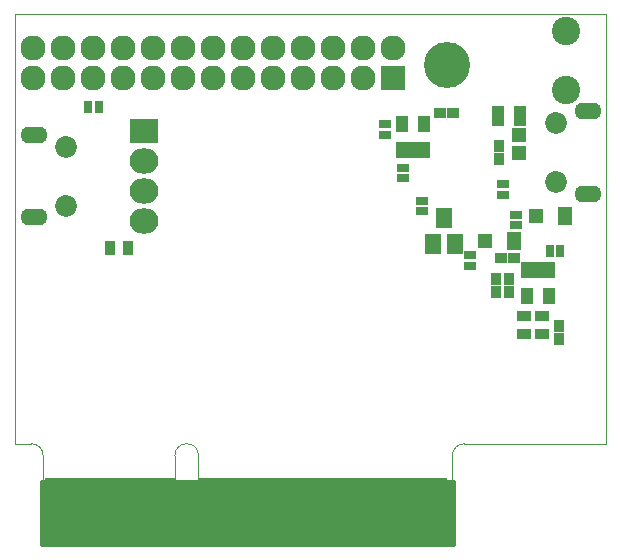
<source format=gbs>
G04 #@! TF.FileFunction,Soldermask,Bot*
%FSLAX46Y46*%
G04 Gerber Fmt 4.6, Leading zero omitted, Abs format (unit mm)*
G04 Created by KiCad (PCBNEW 4.0.7) date 09/09/17 19:38:47*
%MOMM*%
%LPD*%
G01*
G04 APERTURE LIST*
%ADD10C,0.100000*%
%ADD11R,1.400000X1.800000*%
%ADD12R,1.300000X1.300000*%
%ADD13R,1.300000X1.500000*%
%ADD14R,1.000000X0.900000*%
%ADD15R,2.432000X2.127200*%
%ADD16O,2.432000X2.127200*%
%ADD17R,1.000000X0.800000*%
%ADD18R,0.900000X1.000000*%
%ADD19R,1.150000X1.200000*%
%ADD20R,2.127200X2.127200*%
%ADD21O,2.127200X2.127200*%
%ADD22C,3.900000*%
%ADD23R,1.100000X1.700000*%
%ADD24R,0.900000X1.300000*%
%ADD25R,0.800000X1.000000*%
%ADD26R,1.300000X0.900000*%
%ADD27C,2.400000*%
%ADD28R,1.050000X1.460000*%
%ADD29O,2.300000X1.400000*%
%ADD30C,1.850000*%
%ADD31R,1.100000X4.250000*%
%ADD32C,0.250000*%
G04 APERTURE END LIST*
D10*
X137927358Y-135315553D02*
X137927358Y-135715553D01*
X126777358Y-135715553D02*
X126777358Y-135315553D01*
X127777358Y-136715553D02*
X126777358Y-135715553D01*
X136927358Y-136715553D02*
X127777358Y-136715553D01*
X137927358Y-135715553D02*
X136927358Y-136715553D01*
X161427358Y-135315553D02*
X161427358Y-135715553D01*
X139927358Y-135715553D02*
X139927358Y-135315553D01*
X140927358Y-136715553D02*
X139927358Y-135715553D01*
X160427358Y-136715553D02*
X140927358Y-136715553D01*
X161427358Y-135715553D02*
X160427358Y-136715553D01*
X124427358Y-91915553D02*
X174427358Y-91915553D01*
X174427358Y-128315553D02*
X174427358Y-91915553D01*
X174427358Y-128315553D02*
X162427358Y-128315553D01*
X124427358Y-128315553D02*
X124427358Y-91915553D01*
X125777358Y-128315553D02*
X124427358Y-128315553D01*
X125777358Y-128315553D02*
G75*
G02X126777358Y-129315553I0J-1000000D01*
G01*
X126777358Y-135315553D02*
X126777358Y-129315553D01*
X137927358Y-129315553D02*
X137927358Y-135315553D01*
X137927358Y-129315553D02*
G75*
G02X139927358Y-129315553I1000000J0D01*
G01*
X139927358Y-135315553D02*
X139927358Y-129315553D01*
X161427358Y-129315553D02*
X161427358Y-135315553D01*
X161427358Y-129315553D02*
G75*
G02X162427358Y-128315553I1000000J0D01*
G01*
D11*
X161681200Y-111386800D03*
X159781200Y-111386800D03*
X160731200Y-109186800D03*
D12*
X164217500Y-111188500D03*
D13*
X166617500Y-111188500D03*
D14*
X160359000Y-100330000D03*
X161459000Y-100330000D03*
D15*
X135331200Y-101854000D03*
D16*
X135331200Y-104394000D03*
X135331200Y-106934000D03*
X135331200Y-109474000D03*
D17*
X155702000Y-102177000D03*
X155702000Y-101277000D03*
D18*
X166243000Y-115485000D03*
X166243000Y-114385000D03*
D19*
X167106600Y-102221600D03*
X167106600Y-103721600D03*
D18*
X170434000Y-118322000D03*
X170434000Y-119422000D03*
X165100000Y-115485000D03*
X165100000Y-114385000D03*
D14*
X166640600Y-112598200D03*
X165540600Y-112598200D03*
D12*
X168535500Y-109029500D03*
D13*
X170935500Y-109029500D03*
D20*
X156428440Y-97363280D03*
D21*
X156428440Y-94823280D03*
X153888440Y-97363280D03*
X153888440Y-94823280D03*
X151348440Y-97363280D03*
X151348440Y-94823280D03*
X148808440Y-97363280D03*
X148808440Y-94823280D03*
X146268440Y-97363280D03*
X146268440Y-94823280D03*
X143728440Y-97363280D03*
X143728440Y-94823280D03*
X141188440Y-97363280D03*
X141188440Y-94823280D03*
X138648440Y-97363280D03*
X138648440Y-94823280D03*
X136108440Y-97363280D03*
X136108440Y-94823280D03*
X133568440Y-97363280D03*
X133568440Y-94823280D03*
X131028440Y-97363280D03*
X131028440Y-94823280D03*
X128488440Y-97363280D03*
X128488440Y-94823280D03*
X125948440Y-97363280D03*
X125948440Y-94823280D03*
D22*
X160998440Y-96293280D03*
D23*
X167193000Y-100584000D03*
X165293000Y-100584000D03*
D24*
X132473000Y-111760000D03*
X133973000Y-111760000D03*
D17*
X165684200Y-106331600D03*
X165684200Y-107231600D03*
X166776400Y-109822400D03*
X166776400Y-108922400D03*
X162941000Y-113276800D03*
X162941000Y-112376800D03*
D25*
X130614000Y-99822000D03*
X131514000Y-99822000D03*
X170579200Y-111988600D03*
X169679200Y-111988600D03*
D26*
X167513000Y-118987000D03*
X167513000Y-117487000D03*
X169037000Y-117487000D03*
X169037000Y-118987000D03*
D27*
X171074080Y-93411040D03*
X171074080Y-98411040D03*
D18*
X165354000Y-104182000D03*
X165354000Y-103082000D03*
D17*
X157226000Y-105860000D03*
X157226000Y-104960000D03*
X158877000Y-107754000D03*
X158877000Y-108654000D03*
D28*
X159065000Y-103462000D03*
X158115000Y-103462000D03*
X157165000Y-103462000D03*
X157165000Y-101262000D03*
X159065000Y-101262000D03*
X167706000Y-113581000D03*
X168656000Y-113581000D03*
X169606000Y-113581000D03*
X169606000Y-115781000D03*
X167706000Y-115781000D03*
D29*
X125984000Y-109164000D03*
D30*
X128684000Y-108164000D03*
X128684000Y-103164000D03*
D29*
X125984000Y-102164000D03*
X172874940Y-100157400D03*
D30*
X170174940Y-101157400D03*
X170174940Y-106157400D03*
D29*
X172874940Y-107157400D03*
D31*
X127431800Y-133360400D03*
X128431800Y-133360400D03*
X129431800Y-133360400D03*
X130431800Y-133360400D03*
X131431800Y-133360400D03*
X132431800Y-133360400D03*
X133431800Y-133360400D03*
X134431800Y-133360400D03*
X135431800Y-133360400D03*
X136431800Y-133360400D03*
X137431800Y-133360400D03*
X140431800Y-133360400D03*
X141431800Y-133360400D03*
X142431800Y-133360400D03*
X143431800Y-133360400D03*
X144431800Y-133360400D03*
X145431800Y-133360400D03*
X146431800Y-133360400D03*
X147431800Y-133360400D03*
X148431800Y-133360400D03*
X149431800Y-133360400D03*
X150431800Y-133360400D03*
X151431800Y-133360400D03*
X152431800Y-133360400D03*
X153431800Y-133360400D03*
X154431800Y-133360400D03*
X155431800Y-133360400D03*
X156431800Y-133360400D03*
X157431800Y-133360400D03*
X158431800Y-133360400D03*
X159431800Y-133360400D03*
X160431800Y-133360400D03*
D32*
G36*
X161546000Y-136908000D02*
X126617000Y-136908000D01*
X126617000Y-131443000D01*
X161546000Y-131443000D01*
X161546000Y-136908000D01*
X161546000Y-136908000D01*
G37*
X161546000Y-136908000D02*
X126617000Y-136908000D01*
X126617000Y-131443000D01*
X161546000Y-131443000D01*
X161546000Y-136908000D01*
M02*

</source>
